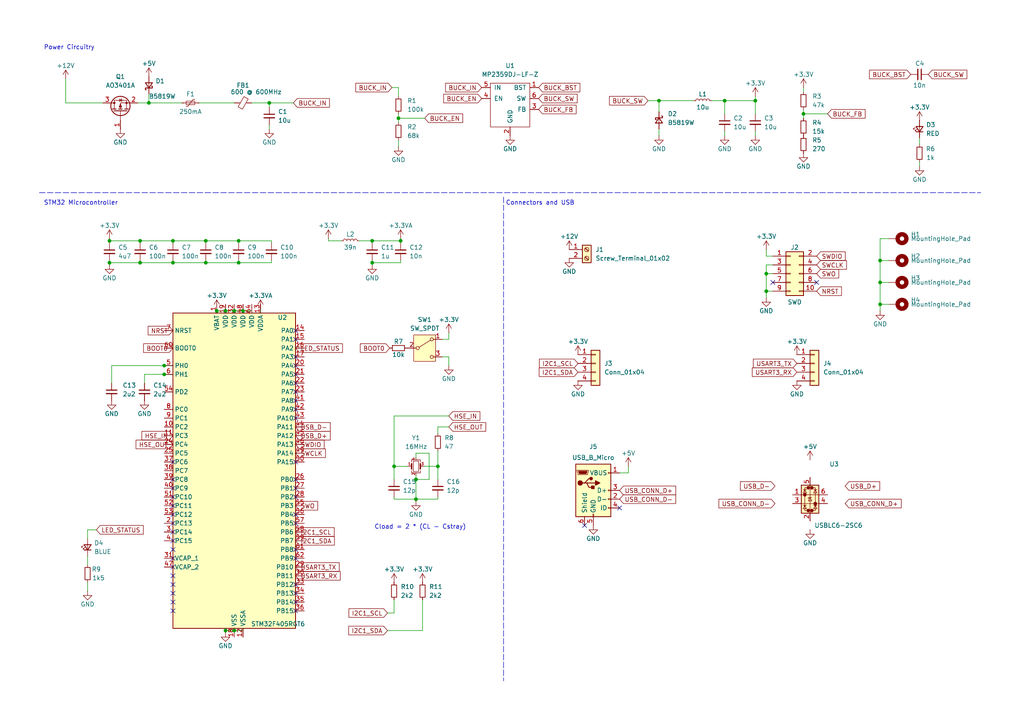
<source format=kicad_sch>
(kicad_sch (version 20250114) (generator "eeschema") (generator_version "9.0")
  (paper "A4")
  (title_block (title "STM32F4 Test Board") (date "2020-09-25") (rev "2.0") (company "Phil's Lab"))
  (lib_symbols
    (symbol "Connector:Screw_Terminal_01x02" (pin_names (offset 1.016) (hide yes))
      (property "Reference" "J" (at 0 2.54 0))
      (property "Value" "Screw_Terminal_01x02" (at 0 -5.08 0))
      (symbol "Screw_Terminal_01x02_1_1"
        (pin passive line (at -5.08 0 0) (length 3.81) (name "Pin_1") (number "1"))
        (pin passive line (at -5.08 -2.54 0) (length 3.81) (name "Pin_2") (number "2"))
      )
    )
    (symbol "Connector:USB_B_Micro" (pin_names (offset 1.016))
      (property "Reference" "J" (at -5.08 11.43 0))
      (property "Value" "USB_B_Micro" (at -5.08 8.89 0))
      (symbol "USB_B_Micro_1_1"
        (pin passive line (at -2.54 -10.16 90) (length 2.54) (name "Shield") (number "6"))
        (pin power_out line (at 0 -10.16 90) (length 2.54) (name "GND") (number "5"))
        (pin power_out line (at 7.62 5.08 180) (length 2.54) (name "VBUS") (number "1"))
        (pin bidirectional line (at 7.62 0 180) (length 2.54) (name "D+") (number "3"))
        (pin bidirectional line (at 7.62 -2.54 180) (length 2.54) (name "D-") (number "2"))
        (pin passive line (at 7.62 -5.08 180) (length 2.54) (name "ID") (number "4"))
      )
    )
    (symbol "Connector_Generic:Conn_01x04" (pin_names (offset 1.016) (hide yes))
      (property "Reference" "J" (at 0 5.08 0))
      (property "Value" "Conn_01x04" (at 0 -7.62 0))
      (symbol "Conn_01x04_1_1"
        (pin passive line (at -5.08 2.54 0) (length 3.81) (name "Pin_1") (number "1"))
        (pin passive line (at -5.08 0 0) (length 3.81) (name "Pin_2") (number "2"))
        (pin passive line (at -5.08 -2.54 0) (length 3.81) (name "Pin_3") (number "3"))
        (pin passive line (at -5.08 -5.08 0) (length 3.81) (name "Pin_4") (number "4"))
      )
    )
    (symbol "Connector_Generic:Conn_02x05_Odd_Even" (pin_names (offset 1.016) (hide yes))
      (property "Reference" "J" (at 1.27 7.62 0))
      (property "Value" "Conn_02x05_Odd_Even" (at 1.27 -7.62 0))
      (symbol "Conn_02x05_Odd_Even_1_1"
        (pin passive line (at -5.08 5.08 0) (length 3.81) (name "Pin_1") (number "1"))
        (pin passive line (at -5.08 2.54 0) (length 3.81) (name "Pin_3") (number "3"))
        (pin passive line (at -5.08 0 0) (length 3.81) (name "Pin_5") (number "5"))
        (pin passive line (at -5.08 -2.54 0) (length 3.81) (name "Pin_7") (number "7"))
        (pin passive line (at -5.08 -5.08 0) (length 3.81) (name "Pin_9") (number "9"))
        (pin passive line (at 7.62 5.08 180) (length 3.81) (name "Pin_2") (number "2"))
        (pin passive line (at 7.62 2.54 180) (length 3.81) (name "Pin_4") (number "4"))
        (pin passive line (at 7.62 0 180) (length 3.81) (name "Pin_6") (number "6"))
        (pin passive line (at 7.62 -2.54 180) (length 3.81) (name "Pin_8") (number "8"))
        (pin passive line (at 7.62 -5.08 180) (length 3.81) (name "Pin_10") (number "10"))
      )
    )
    (symbol "Device:C_Small" (pin_numbers (hide yes)) (pin_names (offset 0.254) (hide yes))
      (property "Reference" "C" (at 0.254 1.778 0))
      (property "Value" "C_Small" (at 0.254 -2.032 0))
      (symbol "C_Small_1_1"
        (pin passive line (at 0 2.54 270) (length 2.032) (name "~") (number "1"))
        (pin passive line (at 0 -2.54 90) (length 2.032) (name "~") (number "2"))
      )
    )
    (symbol "Device:Crystal_GND24_Small" (pin_names (offset 1.016) (hide yes))
      (property "Reference" "Y" (at 1.27 4.445 0))
      (property "Value" "Crystal_GND24_Small" (at 1.27 2.54 0))
      (symbol "Crystal_GND24_Small_1_1"
        (pin passive line (at -2.54 0 0) (length 1.27) (name "1") (number "1"))
        (pin passive line (at 0 2.54 270) (length 0.635) (name "4") (number "4"))
        (pin passive line (at 0 -2.54 90) (length 0.635) (name "2") (number "2"))
        (pin passive line (at 2.54 0 180) (length 1.27) (name "3") (number "3"))
      )
    )
    (symbol "Device:D_Schottky_Small" (pin_numbers (hide yes)) (pin_names (offset 0.254) (hide yes))
      (property "Reference" "D" (at -1.27 2.032 0))
      (property "Value" "D_Schottky_Small" (at -7.112 -2.032 0))
      (symbol "D_Schottky_Small_1_1"
        (pin passive line (at -2.54 0 0) (length 1.778) (name "K") (number "1"))
        (pin passive line (at 2.54 0 180) (length 1.778) (name "A") (number "2"))
      )
    )
    (symbol "Device:Ferrite_Bead_Small" (pin_numbers (hide yes)) (pin_names (offset 0))
      (property "Reference" "FB" (at 1.905 1.27 0))
      (property "Value" "Device_Ferrite_Bead_Small" (at 1.905 -1.27 0))
      (symbol "Ferrite_Bead_Small_1_1"
        (pin passive line (at 0 2.54 270) (length 1.27) (name "~") (number "1"))
        (pin passive line (at 0 -2.54 90) (length 1.27) (name "~") (number "2"))
      )
    )
    (symbol "Device:LED_Small" (pin_numbers (hide yes)) (pin_names (offset 0.254) (hide yes))
      (property "Reference" "D" (at -1.27 3.175 0))
      (property "Value" "LED_Small" (at -4.445 -2.54 0))
      (symbol "LED_Small_1_1"
        (pin passive line (at -2.54 0 0) (length 1.778) (name "K") (number "1"))
        (pin passive line (at 2.54 0 180) (length 1.778) (name "A") (number "2"))
      )
    )
    (symbol "Device:L_Small" (pin_numbers (hide yes)) (pin_names (offset 0.254) (hide yes))
      (property "Reference" "L" (at 0.762 1.016 0))
      (property "Value" "L_Small" (at 0.762 -1.016 0))
      (symbol "L_Small_1_1"
        (pin passive line (at 0 2.54 270) (length 0.508) (name "~") (number "1"))
        (pin passive line (at 0 -2.54 90) (length 0.508) (name "~") (number "2"))
      )
    )
    (symbol "Device:Polyfuse_Small" (pin_numbers (hide yes)) (pin_names (offset 0))
      (property "Reference" "F" (at -1.905 0 90))
      (property "Value" "Polyfuse_Small" (at 1.905 0 90))
      (symbol "Polyfuse_Small_1_1"
        (pin passive line (at 0 2.54 270) (length 0.635) (name "~") (number "1"))
        (pin passive line (at 0 -2.54 90) (length 0.635) (name "~") (number "2"))
      )
    )
    (symbol "Device:R_Small" (pin_numbers (hide yes)) (pin_names (offset 0.254) (hide yes))
      (property "Reference" "R" (at 0 0 90))
      (property "Value" "R_Small" (at 1.778 0 90))
      (symbol "R_Small_1_1"
        (pin passive line (at 0 2.54 270) (length 0.762) (name "~") (number "1"))
        (pin passive line (at 0 -2.54 90) (length 0.762) (name "~") (number "2"))
      )
    )
    (symbol "MCU_ST_STM32F4:STM32F405RGTx"
      (property "Reference" "U" (at -17.78 46.99 0))
      (property "Value" "STM32F405RGTx" (at 10.16 46.99 0))
      (symbol "STM32F405RGTx_1_1"
        (pin input line (at -20.32 40.64 0) (length 2.54) (name "NRST") (number "7"))
        (pin input line (at -20.32 35.56 0) (length 2.54) (name "BOOT0") (number "60"))
        (pin bidirectional line (at -20.32 30.48 0) (length 2.54) (name "PH0") (number "5"))
        (pin bidirectional line (at -20.32 27.94 0) (length 2.54) (name "PH1") (number "6"))
        (pin bidirectional line (at -20.32 22.86 0) (length 2.54) (name "PD2") (number "54"))
        (pin bidirectional line (at -20.32 17.78 0) (length 2.54) (name "PC0") (number "8"))
        (pin bidirectional line (at -20.32 15.24 0) (length 2.54) (name "PC1") (number "9"))
        (pin bidirectional line (at -20.32 12.7 0) (length 2.54) (name "PC2") (number "10"))
        (pin bidirectional line (at -20.32 10.16 0) (length 2.54) (name "PC3") (number "11"))
        (pin bidirectional line (at -20.32 7.62 0) (length 2.54) (name "PC4") (number "24"))
        (pin bidirectional line (at -20.32 5.08 0) (length 2.54) (name "PC5") (number "25"))
        (pin bidirectional line (at -20.32 2.54 0) (length 2.54) (name "PC6") (number "37"))
        (pin bidirectional line (at -20.32 0 0) (length 2.54) (name "PC7") (number "38"))
        (pin bidirectional line (at -20.32 -2.54 0) (length 2.54) (name "PC8") (number "39"))
        (pin bidirectional line (at -20.32 -5.08 0) (length 2.54) (name "PC9") (number "40"))
        (pin bidirectional line (at -20.32 -7.62 0) (length 2.54) (name "PC10") (number "51"))
        (pin bidirectional line (at -20.32 -10.16 0) (length 2.54) (name "PC11") (number "52"))
        (pin bidirectional line (at -20.32 -12.7 0) (length 2.54) (name "PC12") (number "53"))
        (pin bidirectional line (at -20.32 -15.24 0) (length 2.54) (name "PC13") (number "2"))
        (pin bidirectional line (at -20.32 -17.78 0) (length 2.54) (name "PC14") (number "3"))
        (pin bidirectional line (at -20.32 -20.32 0) (length 2.54) (name "PC15") (number "4"))
        (pin power_out line (at -20.32 -25.4 0) (length 2.54) (name "VCAP_1") (number "31"))
        (pin power_out line (at -20.32 -27.94 0) (length 2.54) (name "VCAP_2") (number "47"))
        (pin power_in line (at -5.08 48.26 270) (length 2.54) (name "VBAT") (number "1"))
        (pin power_in line (at -2.54 48.26 270) (length 2.54) (name "VDD") (number "19"))
        (pin power_in line (at 0 48.26 270) (length 2.54) (name "VDD") (number "32"))
        (pin power_in line (at 0 -48.26 90) (length 2.54) (name "VSS") (number "18"))
        (pin passive line (at 0 -48.26 90) (length 2.54) (hide yes) (name "VSS") (number "63"))
        (pin power_in line (at 2.54 48.26 270) (length 2.54) (name "VDD") (number "48"))
        (pin power_in line (at 2.54 -48.26 90) (length 2.54) (name "VSSA") (number "12"))
        (pin power_in line (at 5.08 48.26 270) (length 2.54) (name "VDD") (number "64"))
        (pin power_in line (at 7.62 48.26 270) (length 2.54) (name "VDDA") (number "13"))
        (pin bidirectional line (at 20.32 40.64 180) (length 2.54) (name "PA0") (number "14"))
        (pin bidirectional line (at 20.32 38.1 180) (length 2.54) (name "PA1") (number "15"))
        (pin bidirectional line (at 20.32 35.56 180) (length 2.54) (name "PA2") (number "16"))
        (pin bidirectional line (at 20.32 33.02 180) (length 2.54) (name "PA3") (number "17"))
        (pin bidirectional line (at 20.32 30.48 180) (length 2.54) (name "PA4") (number "20"))
        (pin bidirectional line (at 20.32 27.94 180) (length 2.54) (name "PA5") (number "21"))
        (pin bidirectional line (at 20.32 25.4 180) (length 2.54) (name "PA6") (number "22"))
        (pin bidirectional line (at 20.32 22.86 180) (length 2.54) (name "PA7") (number "23"))
        (pin bidirectional line (at 20.32 20.32 180) (length 2.54) (name "PA8") (number "41"))
        (pin bidirectional line (at 20.32 17.78 180) (length 2.54) (name "PA9") (number "42"))
        (pin bidirectional line (at 20.32 15.24 180) (length 2.54) (name "PA10") (number "43"))
        (pin bidirectional line (at 20.32 12.7 180) (length 2.54) (name "PA11") (number "44"))
        (pin bidirectional line (at 20.32 10.16 180) (length 2.54) (name "PA12") (number "45"))
        (pin bidirectional line (at 20.32 7.62 180) (length 2.54) (name "PA13") (number "46"))
        (pin bidirectional line (at 20.32 5.08 180) (length 2.54) (name "PA14") (number "49"))
        (pin bidirectional line (at 20.32 2.54 180) (length 2.54) (name "PA15") (number "50"))
        (pin bidirectional line (at 20.32 -2.54 180) (length 2.54) (name "PB0") (number "26"))
        (pin bidirectional line (at 20.32 -5.08 180) (length 2.54) (name "PB1") (number "27"))
        (pin bidirectional line (at 20.32 -7.62 180) (length 2.54) (name "PB2") (number "28"))
        (pin bidirectional line (at 20.32 -10.16 180) (length 2.54) (name "PB3") (number "55"))
        (pin bidirectional line (at 20.32 -12.7 180) (length 2.54) (name "PB4") (number "56"))
        (pin bidirectional line (at 20.32 -15.24 180) (length 2.54) (name "PB5") (number "57"))
        (pin bidirectional line (at 20.32 -17.78 180) (length 2.54) (name "PB6") (number "58"))
        (pin bidirectional line (at 20.32 -20.32 180) (length 2.54) (name "PB7") (number "59"))
        (pin bidirectional line (at 20.32 -22.86 180) (length 2.54) (name "PB8") (number "61"))
        (pin bidirectional line (at 20.32 -25.4 180) (length 2.54) (name "PB9") (number "62"))
        (pin bidirectional line (at 20.32 -27.94 180) (length 2.54) (name "PB10") (number "29"))
        (pin bidirectional line (at 20.32 -30.48 180) (length 2.54) (name "PB11") (number "30"))
        (pin bidirectional line (at 20.32 -33.02 180) (length 2.54) (name "PB12") (number "33"))
        (pin bidirectional line (at 20.32 -35.56 180) (length 2.54) (name "PB13") (number "34"))
        (pin bidirectional line (at 20.32 -38.1 180) (length 2.54) (name "PB14") (number "35"))
        (pin bidirectional line (at 20.32 -40.64 180) (length 2.54) (name "PB15") (number "36"))
      )
    )
    (symbol "Mechanical:MountingHole_Pad" (pin_numbers (hide yes)) (pin_names (offset 1.016) (hide yes)) (in_bom no)
      (property "Reference" "H" (at 0 6.35 0))
      (property "Value" "MountingHole_Pad" (at 0 4.445 0))
      (symbol "MountingHole_Pad_1_1"
        (pin input line (at 0 -2.54 90) (length 2.54) (name "1") (number "1"))
      )
    )
    (symbol "Power_Protection:USBLC6-2SC6" (pin_names (hide yes))
      (property "Reference" "U" (at 0.635 5.715 0))
      (property "Value" "USBLC6-2SC6" (at 0.635 3.81 0))
      (symbol "USBLC6-2SC6_1_1"
        (pin passive line (at -5.08 0 0) (length 2.54) (name "I/O1") (number "1"))
        (pin passive line (at -5.08 -2.54 0) (length 2.54) (name "I/O2") (number "3"))
        (pin passive line (at 0 5.08 270) (length 2.54) (name "VBUS") (number "5"))
        (pin passive line (at 0 -7.62 90) (length 2.54) (name "GND") (number "2"))
        (pin passive line (at 5.08 0 180) (length 2.54) (name "I/O1") (number "6"))
        (pin passive line (at 5.08 -2.54 180) (length 2.54) (name "I/O2") (number "4"))
      )
    )
    (symbol "SchmillipKiCADLibrary:MP2359DJ-LF-Z" (pin_names (offset 1.016))
      (property "Reference" "U" (at 0 9.525 0))
      (property "Value" "SchmillipKiCADLibrary_MP2359DJ-LF-Z" (at 10.16 -6.35 0))
      (symbol "MP2359DJ-LF-Z_1_1"
        (pin power_in line (at -8.255 6.35 0) (length 2.54) (name "IN") (number "5"))
        (pin input line (at -8.255 3.175 0) (length 2.54) (name "EN") (number "4"))
        (pin power_in line (at 0 -7.62 90) (length 2.54) (name "GND") (number "2"))
        (pin input line (at 8.255 6.35 180) (length 2.54) (name "BST") (number "1"))
        (pin power_out line (at 8.255 3.175 180) (length 2.54) (name "SW") (number "6"))
        (pin input line (at 8.255 0 180) (length 2.54) (name "FB") (number "3"))
      )
    )
    (symbol "Switch:SW_SPDT" (pin_names (offset 0) (hide yes))
      (property "Reference" "SW" (at 0 5.08 0))
      (property "Value" "SW_SPDT" (at 0 -5.08 0))
      (symbol "SW_SPDT_1_1"
        (pin passive line (at -5.08 0 0) (length 2.54) (name "B") (number "2"))
        (pin passive line (at 5.08 2.54 180) (length 2.54) (name "A") (number "1"))
        (pin passive line (at 5.08 -2.54 180) (length 2.54) (name "C") (number "3"))
      )
    )
    (symbol "Transistor_FET:AO3401A" (pin_names (hide yes))
      (property "Reference" "Q" (at 5.08 1.905 0))
      (property "Value" "AO3401A" (at 5.08 0 0))
      (symbol "AO3401A_1_1"
        (pin input line (at -5.08 0 0) (length 2.54) (name "G") (number "1"))
        (pin passive line (at 2.54 5.08 270) (length 2.54) (name "D") (number "3"))
        (pin passive line (at 2.54 -5.08 90) (length 2.54) (name "S") (number "2"))
      )
    )
    (symbol "power:+12V" (power) (pin_numbers (hide yes)) (pin_names (offset 0) (hide yes))
      (property "Value" "+12V" (at 0 3.556 0))
      (symbol "+12V_1_1"
        (pin power_in line (at 0 0 90) (length 0) (name "~") (number "1"))
      )
    )
    (symbol "power:+3.3V" (power) (pin_numbers (hide yes)) (pin_names (offset 0) (hide yes))
      (property "Value" "+3.3V" (at 0 3.556 0))
      (symbol "+3.3V_1_1"
        (pin power_in line (at 0 0 90) (length 0) (name "~") (number "1"))
      )
    )
    (symbol "power:+3.3VA" (power) (pin_numbers (hide yes)) (pin_names (offset 0) (hide yes))
      (property "Value" "+3.3VA" (at 0 3.556 0))
      (symbol "+3.3VA_1_1"
        (pin power_in line (at 0 0 90) (length 0) (name "~") (number "1"))
      )
    )
    (symbol "power:+5V" (power) (pin_numbers (hide yes)) (pin_names (offset 0) (hide yes))
      (property "Value" "+5V" (at 0 3.556 0))
      (symbol "+5V_1_1"
        (pin power_in line (at 0 0 90) (length 0) (name "~") (number "1"))
      )
    )
    (symbol "power:GND" (power) (pin_numbers (hide yes)) (pin_names (offset 0) (hide yes))
      (property "Value" "GND" (at 0 -3.81 0))
      (symbol "GND_1_1"
        (pin power_in line (at 0 0 270) (length 0) (name "~") (number "1"))
      )
    )
  )
  (text "Connectors and USB" (at 146.685 59.69 0) (effects (font (size 1.27 1.27)) (justify left bottom)))
  (text "Power Circuitry" (at 12.7 14.605 0) (effects (font (size 1.27 1.27)) (justify left bottom)))
  (text "Cload = 2 * (CL - Cstray)" (at 108.585 153.67 0) (effects (font (size 1.27 1.27)) (justify left bottom)))
  (text "STM32 Microcontroller" (at 12.7 59.69 0) (effects (font (size 1.27 1.27)) (justify left bottom)))
  (junction (at 255.27 81.915))
  (junction (at 47.625 106.045))
  (junction (at 219.075 29.21))
  (junction (at 50.165 76.2))
  (junction (at 67.945 90.17))
  (junction (at 40.64 76.2))
  (junction (at 222.25 79.375))
  (junction (at 43.18 29.845))
  (junction (at 31.75 69.85))
  (junction (at 69.215 69.85))
  (junction (at 67.945 182.88))
  (junction (at 65.405 90.17))
  (junction (at 50.165 69.85))
  (junction (at 70.485 90.17))
  (junction (at 62.865 90.17))
  (junction (at 191.135 29.21))
  (junction (at 233.045 33.02))
  (junction (at 255.27 75.565))
  (junction (at 222.25 84.455))
  (junction (at 120.65 139.065))
  (junction (at 255.27 88.265))
  (junction (at 127 135.255))
  (junction (at 210.185 29.21))
  (junction (at 116.205 69.85))
  (junction (at 69.215 76.2))
  (junction (at 59.69 76.2))
  (junction (at 31.75 76.2))
  (junction (at 65.405 182.88))
  (junction (at 107.95 76.2))
  (junction (at 107.95 69.85))
  (junction (at 114.3 135.255))
  (junction (at 40.64 69.85))
  (junction (at 59.69 69.85))
  (junction (at 47.625 108.585))
  (junction (at 120.65 144.78))
  (junction (at 115.57 34.29))
  (junction (at 78.105 29.845))
  (no_connect (at 85.725 141.605))
  (no_connect (at 85.725 116.205))
  (no_connect (at 50.165 141.605))
  (no_connect (at 50.165 133.985))
  (no_connect (at 50.165 161.925))
  (no_connect (at 50.165 159.385))
  (no_connect (at 85.725 113.665))
  (no_connect (at 224.155 81.915))
  (no_connect (at 50.165 169.545))
  (no_connect (at 50.165 139.065))
  (no_connect (at 85.725 151.765))
  (no_connect (at 85.725 174.625))
  (no_connect (at 236.855 81.915))
  (no_connect (at 85.725 177.165))
  (no_connect (at 50.165 167.005))
  (no_connect (at 169.545 152.4))
  (no_connect (at 85.725 133.985))
  (no_connect (at 85.725 108.585))
  (no_connect (at 50.165 144.145))
  (no_connect (at 85.725 139.065))
  (no_connect (at 85.725 159.385))
  (no_connect (at 50.165 156.845))
  (no_connect (at 50.165 177.165))
  (no_connect (at 85.725 144.145))
  (no_connect (at 50.165 149.225))
  (no_connect (at 50.165 151.765))
  (no_connect (at 50.165 146.685))
  (no_connect (at 50.165 172.085))
  (no_connect (at 50.165 164.465))
  (no_connect (at 50.165 174.625))
  (no_connect (at 85.725 149.225))
  (no_connect (at 85.725 103.505))
  (no_connect (at 85.725 118.745))
  (no_connect (at 85.725 106.045))
  (no_connect (at 50.165 154.305))
  (no_connect (at 85.725 121.285))
  (no_connect (at 85.725 161.925))
  (no_connect (at 85.725 172.085))
  (no_connect (at 85.725 169.545))
  (no_connect (at 85.725 95.885))
  (no_connect (at 85.725 111.125))
  (no_connect (at 179.705 147.32))
  (no_connect (at 85.725 98.425))
  (wire (pts (xy 78.105 31.115) (xy 78.105 29.845)))
  (wire (pts (xy 25.4 163.83) (xy 25.4 161.29)))
  (wire (pts (xy 127 130.81) (xy 127 135.255)))
  (wire (pts (xy 257.81 75.565) (xy 255.27 75.565)))
  (wire (pts (xy 130.175 98.425) (xy 130.175 96.52)))
  (wire (pts (xy 67.945 90.805) (xy 67.945 90.17)))
  (wire (pts (xy 120.65 131.445) (xy 124.46 131.445)))
  (wire (pts (xy 70.485 90.17) (xy 73.025 90.17)))
  (wire (pts (xy 224.155 79.375) (xy 222.25 79.375)))
  (wire (pts (xy 115.57 35.56) (xy 115.57 34.29)))
  (wire (pts (xy 57.785 29.845) (xy 67.945 29.845)))
  (wire (pts (xy 222.25 79.375) (xy 222.25 84.455)))
  (wire (pts (xy 67.945 182.245) (xy 67.945 182.88)))
  (wire (pts (xy 255.27 88.265) (xy 255.27 81.915)))
  (polyline (pts (xy 146.05 57.15) (xy 146.05 197.485)) (stroke (width 0) (type dash)))
  (wire (pts (xy 78.105 37.465) (xy 78.105 36.195)))
  (wire (pts (xy 107.95 69.85) (xy 104.14 69.85)))
  (wire (pts (xy 69.215 76.2) (xy 78.74 76.2)))
  (wire (pts (xy 73.025 90.17) (xy 73.025 90.805)))
  (wire (pts (xy 19.05 22.86) (xy 19.05 29.845)))
  (wire (pts (xy 40.64 69.85) (xy 50.165 69.85)))
  (wire (pts (xy 191.135 29.21) (xy 187.96 29.21)))
  (wire (pts (xy 240.03 33.02) (xy 233.045 33.02)))
  (wire (pts (xy 120.65 144.78) (xy 127 144.78)))
  (wire (pts (xy 70.485 182.88) (xy 70.485 182.245)))
  (wire (pts (xy 115.57 25.4) (xy 115.57 27.94)))
  (wire (pts (xy 59.69 76.2) (xy 69.215 76.2)))
  (wire (pts (xy 120.65 132.715) (xy 120.65 131.445)))
  (wire (pts (xy 120.65 139.065) (xy 120.65 144.78)))
  (wire (pts (xy 69.215 69.85) (xy 78.74 69.85)))
  (wire (pts (xy 120.65 144.78) (xy 114.3 144.78)))
  (wire (pts (xy 31.75 69.215) (xy 31.75 69.85)))
  (wire (pts (xy 233.045 33.02) (xy 233.045 31.75)))
  (wire (pts (xy 70.485 90.805) (xy 70.485 90.17)))
  (wire (pts (xy 52.705 29.845) (xy 43.18 29.845)))
  (wire (pts (xy 40.005 29.845) (xy 43.18 29.845)))
  (wire (pts (xy 130.175 106.045) (xy 130.175 103.505)))
  (wire (pts (xy 114.3 144.78) (xy 114.3 144.145)))
  (wire (pts (xy 65.405 182.88) (xy 65.405 182.245)))
  (wire (pts (xy 266.7 48.26) (xy 266.7 46.99)))
  (wire (pts (xy 114.3 139.065) (xy 114.3 135.255)))
  (wire (pts (xy 32.385 106.045) (xy 47.625 106.045)))
  (wire (pts (xy 78.74 76.2) (xy 78.74 75.565)))
  (wire (pts (xy 210.185 33.02) (xy 210.185 29.21)))
  (wire (pts (xy 95.25 69.215) (xy 95.25 69.85)))
  (wire (pts (xy 124.46 139.065) (xy 120.65 139.065)))
  (wire (pts (xy 182.245 137.16) (xy 182.245 135.255)))
  (wire (pts (xy 219.075 39.37) (xy 219.075 38.1)))
  (wire (pts (xy 201.295 29.21) (xy 191.135 29.21)))
  (wire (pts (xy 123.19 34.29) (xy 115.57 34.29)))
  (wire (pts (xy 115.57 34.29) (xy 115.57 33.02)))
  (wire (pts (xy 210.185 29.21) (xy 206.375 29.21)))
  (wire (pts (xy 222.25 84.455) (xy 222.25 86.36)))
  (wire (pts (xy 112.395 177.8) (xy 114.3 177.8)))
  (wire (pts (xy 95.25 69.85) (xy 99.06 69.85)))
  (wire (pts (xy 50.165 70.485) (xy 50.165 69.85)))
  (wire (pts (xy 124.46 131.445) (xy 124.46 139.065)))
  (wire (pts (xy 233.045 26.67) (xy 233.045 25.4)))
  (wire (pts (xy 47.625 108.585) (xy 50.165 108.585)))
  (wire (pts (xy 41.91 108.585) (xy 47.625 108.585)))
  (wire (pts (xy 127 123.825) (xy 127 125.73)))
  (wire (pts (xy 43.18 27.305) (xy 43.18 29.845)))
  (wire (pts (xy 29.845 29.845) (xy 19.05 29.845)))
  (wire (pts (xy 255.27 75.565) (xy 255.27 69.215)))
  (wire (pts (xy 85.09 29.845) (xy 78.105 29.845)))
  (wire (pts (xy 78.74 69.85) (xy 78.74 70.485)))
  (wire (pts (xy 114.3 135.255) (xy 118.11 135.255)))
  (wire (pts (xy 31.75 76.2) (xy 31.75 75.565)))
  (wire (pts (xy 65.405 183.515) (xy 65.405 182.88)))
  (wire (pts (xy 31.75 76.2) (xy 40.64 76.2)))
  (wire (pts (xy 59.69 69.85) (xy 69.215 69.85)))
  (wire (pts (xy 62.865 90.17) (xy 62.865 90.805)))
  (wire (pts (xy 25.4 153.67) (xy 25.4 156.21)))
  (wire (pts (xy 224.155 84.455) (xy 222.25 84.455)))
  (wire (pts (xy 255.27 90.17) (xy 255.27 88.265)))
  (wire (pts (xy 116.205 76.2) (xy 116.205 75.565)))
  (wire (pts (xy 219.075 27.94) (xy 219.075 29.21)))
  (polyline (pts (xy 11.43 55.88) (xy 284.48 55.88)) (stroke (width 0) (type dash)))
  (wire (pts (xy 191.135 32.385) (xy 191.135 29.21)))
  (wire (pts (xy 219.075 33.02) (xy 219.075 29.21)))
  (wire (pts (xy 219.075 29.21) (xy 210.185 29.21)))
  (wire (pts (xy 40.64 75.565) (xy 40.64 76.2)))
  (wire (pts (xy 31.75 76.835) (xy 31.75 76.2)))
  (wire (pts (xy 224.155 76.835) (xy 222.25 76.835)))
  (wire (pts (xy 65.405 182.88) (xy 67.945 182.88)))
  (wire (pts (xy 266.7 41.91) (xy 266.7 40.005)))
  (wire (pts (xy 40.64 76.2) (xy 50.165 76.2)))
  (wire (pts (xy 62.865 90.17) (xy 65.405 90.17)))
  (wire (pts (xy 179.705 137.16) (xy 182.245 137.16)))
  (wire (pts (xy 78.105 29.845) (xy 73.025 29.845)))
  (wire (pts (xy 50.165 69.85) (xy 59.69 69.85)))
  (wire (pts (xy 67.945 90.17) (xy 70.485 90.17)))
  (wire (pts (xy 67.945 182.88) (xy 70.485 182.88)))
  (wire (pts (xy 50.165 75.565) (xy 50.165 76.2)))
  (wire (pts (xy 107.95 76.835) (xy 107.95 76.2)))
  (wire (pts (xy 69.215 70.485) (xy 69.215 69.85)))
  (wire (pts (xy 127 144.78) (xy 127 144.145)))
  (wire (pts (xy 65.405 90.805) (xy 65.405 90.17)))
  (wire (pts (xy 123.19 135.255) (xy 127 135.255)))
  (wire (pts (xy 47.625 106.045) (xy 50.165 106.045)))
  (wire (pts (xy 116.205 69.215) (xy 116.205 69.85)))
  (wire (pts (xy 50.165 76.2) (xy 59.69 76.2)))
  (wire (pts (xy 62.865 89.535) (xy 62.865 90.17)))
  (wire (pts (xy 115.57 42.545) (xy 115.57 40.64)))
  (wire (pts (xy 233.045 33.02) (xy 233.045 34.29)))
  (wire (pts (xy 59.69 75.565) (xy 59.69 76.2)))
  (wire (pts (xy 114.3 120.65) (xy 114.3 135.255)))
  (wire (pts (xy 31.75 69.85) (xy 40.64 69.85)))
  (wire (pts (xy 69.215 75.565) (xy 69.215 76.2)))
  (wire (pts (xy 25.4 171.45) (xy 25.4 168.91)))
  (wire (pts (xy 112.395 182.88) (xy 122.555 182.88)))
  (wire (pts (xy 40.64 70.485) (xy 40.64 69.85)))
  (wire (pts (xy 210.185 39.37) (xy 210.185 38.1)))
  (wire (pts (xy 107.95 76.2) (xy 116.205 76.2)))
  (wire (pts (xy 41.91 111.125) (xy 41.91 108.585)))
  (wire (pts (xy 114.3 120.65) (xy 130.175 120.65)))
  (wire (pts (xy 107.95 76.2) (xy 107.95 75.565)))
  (wire (pts (xy 130.175 123.825) (xy 127 123.825)))
  (wire (pts (xy 255.27 69.215) (xy 257.81 69.215)))
  (wire (pts (xy 107.95 70.485) (xy 107.95 69.85)))
  (wire (pts (xy 128.27 98.425) (xy 130.175 98.425)))
  (wire (pts (xy 130.175 103.505) (xy 128.27 103.505)))
  (wire (pts (xy 222.25 74.295) (xy 224.155 74.295)))
  (wire (pts (xy 122.555 182.88) (xy 122.555 173.99)))
  (wire (pts (xy 59.69 70.485) (xy 59.69 69.85)))
  (wire (pts (xy 222.25 72.39) (xy 222.25 74.295)))
  (wire (pts (xy 255.27 81.915) (xy 255.27 75.565)))
  (wire (pts (xy 75.565 89.535) (xy 75.565 90.805)))
  (wire (pts (xy 116.205 69.85) (xy 107.95 69.85)))
  (wire (pts (xy 257.81 81.915) (xy 255.27 81.915)))
  (wire (pts (xy 32.385 111.125) (xy 32.385 106.045)))
  (wire (pts (xy 120.65 145.415) (xy 120.65 144.78)))
  (wire (pts (xy 113.665 25.4) (xy 115.57 25.4)))
  (wire (pts (xy 191.135 39.37) (xy 191.135 37.465)))
  (wire (pts (xy 27.94 153.67) (xy 25.4 153.67)))
  (wire (pts (xy 114.3 177.8) (xy 114.3 173.99)))
  (wire (pts (xy 31.75 69.85) (xy 31.75 70.485)))
  (wire (pts (xy 127 139.065) (xy 127 135.255)))
  (wire (pts (xy 120.65 137.795) (xy 120.65 139.065)))
  (wire (pts (xy 222.25 76.835) (xy 222.25 79.375)))
  (wire (pts (xy 257.81 88.265) (xy 255.27 88.265)))
  (wire (pts (xy 65.405 90.17) (xy 67.945 90.17)))
  (wire (pts (xy 116.205 70.485) (xy 116.205 69.85)))
  (global_label "BUCK_SW" (shape input) (at 269.24 21.59 0) (property "Intersheetrefs" "${INTERSHEET_REFS}" (effects (hide yes))))
  (global_label "USB_D-" (shape input) (at 224.79 140.97 180) (property "Intersheetrefs" "${INTERSHEET_REFS}" (effects (hide yes))))
  (global_label "USB_D+" (shape input) (at 85.725 126.365 0) (property "Intersheetrefs" "${INTERSHEET_REFS}" (effects (hide yes))))
  (global_label "USB_CONN_D-" (shape input) (at 224.79 146.05 180) (property "Intersheetrefs" "${INTERSHEET_REFS}" (effects (hide yes))))
  (global_label "USART3_TX" (shape input) (at 85.725 164.465 0) (property "Intersheetrefs" "${INTERSHEET_REFS}" (effects (hide yes))))
  (global_label "BOOT0" (shape input) (at 50.165 100.965 180) (property "Intersheetrefs" "${INTERSHEET_REFS}" (effects (hide yes))))
  (global_label "BUCK_EN" (shape input) (at 123.19 34.29 0) (property "Intersheetrefs" "${INTERSHEET_REFS}" (effects (hide yes))))
  (global_label "USB_D-" (shape input) (at 85.725 123.825 0) (property "Intersheetrefs" "${INTERSHEET_REFS}" (effects (hide yes))))
  (global_label "LED_STATUS" (shape input) (at 27.94 153.67 0) (property "Intersheetrefs" "${INTERSHEET_REFS}" (effects (hide yes))))
  (global_label "I2C1_SDA" (shape input) (at 167.64 107.95 180) (property "Intersheetrefs" "${INTERSHEET_REFS}" (effects (hide yes))))
  (global_label "I2C1_SCL" (shape input) (at 85.725 154.305 0) (property "Intersheetrefs" "${INTERSHEET_REFS}" (effects (hide yes))))
  (global_label "BUCK_BST" (shape input) (at 264.16 21.59 180) (property "Intersheetrefs" "${INTERSHEET_REFS}" (effects (hide yes))))
  (global_label "SWCLK" (shape input) (at 236.855 76.835 0) (property "Intersheetrefs" "${INTERSHEET_REFS}" (effects (hide yes))))
  (global_label "BUCK_SW" (shape input) (at 187.96 29.21 180) (property "Intersheetrefs" "${INTERSHEET_REFS}" (effects (hide yes))))
  (global_label "BUCK_IN" (shape input) (at 85.09 29.845 0) (property "Intersheetrefs" "${INTERSHEET_REFS}" (effects (hide yes))))
  (global_label "BUCK_BST" (shape input) (at 156.21 25.4 0) (property "Intersheetrefs" "${INTERSHEET_REFS}" (effects (hide yes))))
  (global_label "BUCK_FB" (shape input) (at 240.03 33.02 0) (property "Intersheetrefs" "${INTERSHEET_REFS}" (effects (hide yes))))
  (global_label "SWDIO" (shape input) (at 85.725 128.905 0) (property "Intersheetrefs" "${INTERSHEET_REFS}" (effects (hide yes))))
  (global_label "BUCK_FB" (shape input) (at 156.21 31.75 0) (property "Intersheetrefs" "${INTERSHEET_REFS}" (effects (hide yes))))
  (global_label "LED_STATUS" (shape input) (at 85.725 100.965 0) (property "Intersheetrefs" "${INTERSHEET_REFS}" (effects (hide yes))))
  (global_label "I2C1_SCL" (shape input) (at 167.64 105.41 180) (property "Intersheetrefs" "${INTERSHEET_REFS}" (effects (hide yes))))
  (global_label "SWO" (shape input) (at 85.725 146.685 0) (property "Intersheetrefs" "${INTERSHEET_REFS}" (effects (hide yes))))
  (global_label "USART3_RX" (shape input) (at 231.14 107.95 180) (property "Intersheetrefs" "${INTERSHEET_REFS}" (effects (hide yes))))
  (global_label "I2C1_SCL" (shape input) (at 112.395 177.8 180) (property "Intersheetrefs" "${INTERSHEET_REFS}" (effects (hide yes))))
  (global_label "BUCK_IN" (shape input) (at 113.665 25.4 180) (property "Intersheetrefs" "${INTERSHEET_REFS}" (effects (hide yes))))
  (global_label "USB_CONN_D-" (shape input) (at 179.705 144.78 0) (property "Intersheetrefs" "${INTERSHEET_REFS}" (effects (hide yes))))
  (global_label "USB_D+" (shape input) (at 245.11 140.97 0) (property "Intersheetrefs" "${INTERSHEET_REFS}" (effects (hide yes))))
  (global_label "BUCK_SW" (shape input) (at 156.21 28.575 0) (property "Intersheetrefs" "${INTERSHEET_REFS}" (effects (hide yes))))
  (global_label "BOOT0" (shape input) (at 113.03 100.965 180) (property "Intersheetrefs" "${INTERSHEET_REFS}" (effects (hide yes))))
  (global_label "SWO" (shape input) (at 236.855 79.375 0) (property "Intersheetrefs" "${INTERSHEET_REFS}" (effects (hide yes))))
  (global_label "USART3_TX" (shape input) (at 231.14 105.41 180) (property "Intersheetrefs" "${INTERSHEET_REFS}" (effects (hide yes))))
  (global_label "I2C1_SDA" (shape input) (at 112.395 182.88 180) (property "Intersheetrefs" "${INTERSHEET_REFS}" (effects (hide yes))))
  (global_label "NRST" (shape input) (at 50.165 95.885 180) (property "Intersheetrefs" "${INTERSHEET_REFS}" (effects (hide yes))))
  (global_label "NRST" (shape input) (at 236.855 84.455 0) (property "Intersheetrefs" "${INTERSHEET_REFS}" (effects (hide yes))))
  (global_label "HSE_IN" (shape input) (at 50.165 126.365 180) (property "Intersheetrefs" "${INTERSHEET_REFS}" (effects (hide yes))))
  (global_label "SWCLK" (shape input) (at 85.725 131.445 0) (property "Intersheetrefs" "${INTERSHEET_REFS}" (effects (hide yes))))
  (global_label "HSE_IN" (shape input) (at 130.175 120.65 0) (property "Intersheetrefs" "${INTERSHEET_REFS}" (effects (hide yes))))
  (global_label "USB_CONN_D+" (shape input) (at 245.11 146.05 0) (property "Intersheetrefs" "${INTERSHEET_REFS}" (effects (hide yes))))
  (global_label "I2C1_SDA" (shape input) (at 85.725 156.845 0) (property "Intersheetrefs" "${INTERSHEET_REFS}" (effects (hide yes))))
  (global_label "HSE_OUT" (shape input) (at 50.165 128.905 180) (property "Intersheetrefs" "${INTERSHEET_REFS}" (effects (hide yes))))
  (global_label "USB_CONN_D+" (shape input) (at 179.705 142.24 0) (property "Intersheetrefs" "${INTERSHEET_REFS}" (effects (hide yes))))
  (global_label "SWDIO" (shape input) (at 236.855 74.295 0) (property "Intersheetrefs" "${INTERSHEET_REFS}" (effects (hide yes))))
  (global_label "HSE_OUT" (shape input) (at 130.175 123.825 0) (property "Intersheetrefs" "${INTERSHEET_REFS}" (effects (hide yes))))
  (global_label "USART3_RX" (shape input) (at 85.725 167.005 0) (property "Intersheetrefs" "${INTERSHEET_REFS}" (effects (hide yes))))
  (global_label "BUCK_EN" (shape input) (at 139.7 28.575 180) (property "Intersheetrefs" "${INTERSHEET_REFS}" (effects (hide yes))))
  (global_label "BUCK_IN" (shape input) (at 139.7 25.4 180) (property "Intersheetrefs" "${INTERSHEET_REFS}" (effects (hide yes))))
  (symbol (lib_id "MCU_ST_STM32F4:STM32F405RGTx") (at 67.945 136.525 0) (unit 1)
    (property "Reference" "U2" (at 81.915 92.075 0))
    (property "Value" "STM32F405RGT6" (at 80.645 180.975 0))
    (property "Footprint" "Package_QFP:LQFP-64_10x10mm_P0.5mm" (effects (hide yes)))
    (property "Datasheet" "http://www.st.com/st-web-ui/static/active/en/resource/technical/document/datasheet/DM00037051.pdf" (effects (hide yes)))
    (property "LCSC Part #" "C15742" (effects (hide yes)))
  )
  (symbol (lib_id "power:GND") (at 65.405 183.515 0) (unit 1)
    (property "Reference" "#PWR042" (effects (hide yes)))
    (property "Value" "GND" (at 65.405 187.325 0))
  )
  (symbol (lib_id "power:+3.3V") (at 62.865 89.535 0) (unit 1)
    (property "Reference" "#PWR024" (effects (hide yes)))
    (property "Value" "+3.3V" (at 62.865 85.725 0))
  )
  (symbol (lib_id "power:+3.3VA") (at 75.565 89.535 0) (unit 1)
    (property "Reference" "#PWR025" (effects (hide yes)))
    (property "Value" "+3.3VA" (at 75.565 85.725 0))
  )
  (symbol (lib_id "Device:C_Small") (at 41.91 113.665 0) (unit 1)
    (property "Reference" "C14" (at 44.45 111.76 0) (effects (justify left)))
    (property "Value" "2u2" (at 44.45 114.3 0) (effects (justify left)))
    (property "Footprint" "Capacitor_SMD:C_0603_1608Metric" (effects (hide yes)))
    (property "LCSC Part #" "C23630" (effects (hide yes)))
  )
  (symbol (lib_id "Device:C_Small") (at 32.385 113.665 0) (unit 1)
    (property "Reference" "C13" (at 35.56 111.76 0) (effects (justify left)))
    (property "Value" "2u2" (at 35.56 114.3 0) (effects (justify left)))
    (property "Footprint" "Capacitor_SMD:C_0603_1608Metric" (effects (hide yes)))
    (property "LCSC Part #" "C23630" (effects (hide yes)))
  )
  (symbol (lib_id "power:GND") (at 41.91 116.205 0) (unit 1)
    (property "Reference" "#PWR033" (effects (hide yes)))
    (property "Value" "GND" (at 41.91 120.015 0))
  )
  (symbol (lib_id "power:GND") (at 32.385 116.205 0) (unit 1)
    (property "Reference" "#PWR032" (effects (hide yes)))
    (property "Value" "GND" (at 32.385 120.015 0))
  )
  (symbol (lib_id "Switch:SW_SPDT") (at 123.19 100.965 0) (unit 1)
    (property "Reference" "SW1" (at 123.19 92.71 0))
    (property "Value" "SW_SPDT" (at 123.19 95.25 0))
    (property "Footprint" "Button_Switch_SMD:SW_SPDT_PCM12" (effects (hide yes)))
  )
  (symbol (lib_id "Device:R_Small") (at 115.57 100.965 270) (unit 1)
    (property "Reference" "R7" (at 115.57 99.06 90))
    (property "Value" "10k" (at 115.57 102.87 90))
    (property "Footprint" "Resistor_SMD:R_0402_1005Metric" (effects (hide yes)))
    (property "LCSC Part #" "C25744" (effects (hide yes)))
  )
  (symbol (lib_id "power:+3.3V") (at 130.175 96.52 0) (unit 1)
    (property "Reference" "#PWR026" (effects (hide yes)))
    (property "Value" "+3.3V" (at 130.175 92.71 0))
  )
  (symbol (lib_id "power:GND") (at 130.175 106.045 0) (unit 1)
    (property "Reference" "#PWR029" (effects (hide yes)))
    (property "Value" "GND" (at 130.175 109.855 0))
  )
  (symbol (lib_id "Device:C_Small") (at 31.75 73.025 0) (unit 1)
    (property "Reference" "C5" (at 34.29 71.755 0) (effects (justify left)))
    (property "Value" "4u7" (at 34.29 74.295 0) (effects (justify left)))
    (property "Footprint" "Capacitor_SMD:C_0603_1608Metric" (effects (hide yes)))
    (property "LCSC Part #" "C19666" (effects (hide yes)))
  )
  (symbol (lib_id "Device:C_Small") (at 40.64 73.025 0) (unit 1)
    (property "Reference" "C6" (at 43.18 71.755 0) (effects (justify left)))
    (property "Value" "100n" (at 43.18 74.295 0) (effects (justify left)))
    (property "Footprint" "Capacitor_SMD:C_0402_1005Metric" (effects (hide yes)))
    (property "LCSC Part #" "C1525" (effects (hide yes)))
  )
  (symbol (lib_id "Device:C_Small") (at 50.165 73.025 0) (unit 1)
    (property "Reference" "C7" (at 52.705 71.755 0) (effects (justify left)))
    (property "Value" "100n" (at 52.705 74.295 0) (effects (justify left)))
    (property "Footprint" "Capacitor_SMD:C_0402_1005Metric" (effects (hide yes)))
    (property "LCSC Part #" "C1525" (effects (hide yes)))
  )
  (symbol (lib_id "Device:C_Small") (at 59.69 73.025 0) (unit 1)
    (property "Reference" "C8" (at 62.23 71.755 0) (effects (justify left)))
    (property "Value" "100n" (at 62.23 74.295 0) (effects (justify left)))
    (property "Footprint" "Capacitor_SMD:C_0402_1005Metric" (effects (hide yes)))
    (property "LCSC Part #" "C1525" (effects (hide yes)))
  )
  (symbol (lib_id "Device:C_Small") (at 69.215 73.025 0) (unit 1)
    (property "Reference" "C9" (at 71.755 71.755 0) (effects (justify left)))
    (property "Value" "100n" (at 71.755 74.295 0) (effects (justify left)))
    (property "Footprint" "Capacitor_SMD:C_0402_1005Metric" (effects (hide yes)))
    (property "LCSC Part #" "C1525" (effects (hide yes)))
  )
  (symbol (lib_id "Device:C_Small") (at 78.74 73.025 0) (unit 1)
    (property "Reference" "C10" (at 81.28 71.755 0) (effects (justify left)))
    (property "Value" "100n" (at 81.28 74.295 0) (effects (justify left)))
    (property "Footprint" "Capacitor_SMD:C_0402_1005Metric" (effects (hide yes)))
    (property "LCSC Part #" "C1525" (effects (hide yes)))
  )
  (symbol (lib_id "power:+3.3V") (at 31.75 69.215 0) (unit 1)
    (property "Reference" "#PWR015" (effects (hide yes)))
    (property "Value" "+3.3V" (at 31.75 65.405 0))
  )
  (symbol (lib_id "power:GND") (at 31.75 76.835 0) (unit 1)
    (property "Reference" "#PWR021" (effects (hide yes)))
    (property "Value" "GND" (at 31.75 80.645 0))
  )
  (symbol (lib_id "Device:L_Small") (at 101.6 69.85 90) (unit 1)
    (property "Reference" "L2" (at 101.6 67.945 90))
    (property "Value" "39n" (at 101.6 71.755 90))
    (property "Footprint" "Inductor_SMD:L_0402_1005Metric" (effects (hide yes)))
    (property "LCSC Part #" "C26443" (effects (hide yes)))
  )
  (symbol (lib_id "power:+3.3V") (at 95.25 69.215 0) (unit 1)
    (property "Reference" "#PWR016" (effects (hide yes)))
    (property "Value" "+3.3V" (at 95.25 65.405 0))
  )
  (symbol (lib_id "Device:C_Small") (at 107.95 73.025 0) (unit 1)
    (property "Reference" "C11" (at 110.49 71.755 0) (effects (justify left)))
    (property "Value" "1u" (at 110.49 74.295 0) (effects (justify left)))
    (property "Footprint" "Capacitor_SMD:C_0402_1005Metric" (effects (hide yes)))
    (property "LCSC Part #" "C52923" (effects (hide yes)))
  )
  (symbol (lib_id "Device:C_Small") (at 116.205 73.025 0) (unit 1)
    (property "Reference" "C12" (at 118.745 71.755 0) (effects (justify left)))
    (property "Value" "10n" (at 118.745 74.295 0) (effects (justify left)))
    (property "Footprint" "Capacitor_SMD:C_0402_1005Metric" (effects (hide yes)))
    (property "LCSC Part #" "C15195" (effects (hide yes)))
  )
  (symbol (lib_id "power:GND") (at 107.95 76.835 0) (unit 1)
    (property "Reference" "#PWR022" (effects (hide yes)))
    (property "Value" "GND" (at 107.95 80.645 0))
  )
  (symbol (lib_id "power:+3.3VA") (at 116.205 69.215 0) (unit 1)
    (property "Reference" "#PWR017" (effects (hide yes)))
    (property "Value" "+3.3VA" (at 116.205 65.405 0))
  )
  (symbol (lib_id "Device:Crystal_GND24_Small") (at 120.65 135.255 0) (unit 1)
    (property "Reference" "Y1" (at 119.38 127 0) (effects (justify left)))
    (property "Value" "16MHz" (at 117.475 129.54 0) (effects (justify left)))
    (property "Footprint" "Crystal:Crystal_SMD_3225-4Pin_3.2x2.5mm" (effects (hide yes)))
    (property "LCSC Part #" "C13738" (effects (hide yes)))
  )
  (symbol (lib_id "Device:C_Small") (at 127 141.605 0) (unit 1)
    (property "Reference" "C16" (at 129.54 139.7 0) (effects (justify left)))
    (property "Value" "12p" (at 129.54 142.24 0) (effects (justify left)))
    (property "Footprint" "Capacitor_SMD:C_0402_1005Metric" (effects (hide yes)))
    (property "LCSC Part #" "C1547" (effects (hide yes)))
  )
  (symbol (lib_id "Device:C_Small") (at 114.3 141.605 0) (unit 1)
    (property "Reference" "C15" (at 116.84 139.7 0) (effects (justify left)))
    (property "Value" "12p" (at 116.84 142.24 0) (effects (justify left)))
    (property "Footprint" "Capacitor_SMD:C_0402_1005Metric" (effects (hide yes)))
    (property "LCSC Part #" "C1547" (effects (hide yes)))
  )
  (symbol (lib_id "power:GND") (at 120.65 145.415 0) (unit 1)
    (property "Reference" "#PWR036" (effects (hide yes)))
    (property "Value" "GND" (at 120.65 149.225 0))
  )
  (symbol (lib_id "Device:R_Small") (at 127 128.27 0) (unit 1)
    (property "Reference" "R8" (at 128.905 127 0) (effects (justify left)))
    (property "Value" "47" (at 128.905 129.54 0) (effects (justify left)))
    (property "Footprint" "Resistor_SMD:R_0402_1005Metric" (effects (hide yes)))
    (property "LCSC Part #" "C25118" (effects (hide yes)))
  )
  (symbol (lib_id "Device:LED_Small") (at 25.4 158.75 90) (unit 1)
    (property "Reference" "D4" (at 27.305 157.48 90) (effects (justify right)))
    (property "Value" "BLUE" (at 27.305 160.02 90) (effects (justify right)))
    (property "Footprint" "LED_SMD:LED_0603_1608Metric" (effects (hide yes)))
    (property "LCSC Part #" "C72041" (effects (hide yes)))
  )
  (symbol (lib_id "Device:R_Small") (at 25.4 166.37 180) (unit 1)
    (property "Reference" "R9" (at 27.94 165.1 0))
    (property "Value" "1k5" (at 28.575 167.64 0))
    (property "Footprint" "Resistor_SMD:R_0603_1608Metric" (effects (hide yes)))
    (property "LCSC Part #" "C22843" (effects (hide yes)))
  )
  (symbol (lib_id "power:GND") (at 25.4 171.45 0) (unit 1)
    (property "Reference" "#PWR041" (effects (hide yes)))
    (property "Value" "GND" (at 25.4 175.26 0))
  )
  (symbol (lib_id "SchmillipKiCADLibrary:MP2359DJ-LF-Z") (at 147.955 31.75 0) (unit 1)
    (property "Reference" "U1" (at 147.955 19.05 0))
    (property "Value" "MP2359DJ-LF-Z" (at 147.955 21.59 0))
    (property "Footprint" "Package_TO_SOT_SMD:SOT-23-6" (effects (hide yes)))
    (property "LCSC Part #" "C14259" (effects (hide yes)))
  )
  (symbol (lib_id "power:GND") (at 147.955 39.37 0) (unit 1)
    (property "Reference" "#PWR08" (effects (hide yes)))
    (property "Value" "GND" (at 147.955 43.18 0))
  )
  (symbol (lib_id "power:+12V") (at 19.05 22.86 0) (unit 1)
    (property "Reference" "#PWR02" (effects (hide yes)))
    (property "Value" "+12V" (at 19.05 19.05 0))
  )
  (symbol (lib_id "Device:Polyfuse_Small") (at 55.245 29.845 270) (unit 1)
    (property "Reference" "F1" (at 55.245 27.305 90))
    (property "Value" "250mA" (at 55.245 32.385 90))
    (property "Footprint" "Fuse:Fuse_1206_3216Metric" (effects (hide yes)))
    (property "LCSC Part #" "C369159" (effects (hide yes)))
  )
  (symbol (lib_id "Transistor_FET:AO3401A") (at 34.925 32.385 90) (unit 1)
    (property "Reference" "Q1" (at 34.925 22.225 90))
    (property "Value" "AO3401A" (at 34.925 24.765 90))
    (property "Footprint" "Package_TO_SOT_SMD:SOT-23" (effects (hide yes)))
    (property "Datasheet" "http://www.aosmd.com/pdfs/datasheet/AO3401A.pdf" (effects (hide yes)))
    (property "LCSC Part #" "C15127" (effects (hide yes)))
  )
  (symbol (lib_id "power:GND") (at 34.925 37.465 0) (unit 1)
    (property "Reference" "#PWR05" (effects (hide yes)))
    (property "Value" "GND" (at 34.925 41.275 0))
  )
  (symbol (lib_id "Device:Ferrite_Bead_Small") (at 70.485 29.845 270) (unit 1)
    (property "Reference" "FB1" (at 70.485 24.765 90))
    (property "Value" "600 @ 600MHz" (at 74.295 26.67 90))
    (property "Footprint" "Inductor_SMD:L_0805_2012Metric" (effects (hide yes)))
    (property "LCSC Part #" "C1017" (effects (hide yes)))
  )
  (symbol (lib_id "Device:C_Small") (at 78.105 33.655 0) (unit 1)
    (property "Reference" "C1" (at 80.645 32.385 0) (effects (justify left)))
    (property "Value" "10u" (at 80.645 34.925 0) (effects (justify left)))
    (property "Footprint" "Capacitor_SMD:C_1206_3216Metric" (effects (hide yes)))
    (property "LCSC Part #" "C13585" (effects (hide yes)))
  )
  (symbol (lib_id "power:GND") (at 78.105 37.465 0) (unit 1)
    (property "Reference" "#PWR06" (effects (hide yes)))
    (property "Value" "GND" (at 78.105 41.275 0))
  )
  (symbol (lib_id "Device:R_Small") (at 115.57 30.48 0) (unit 1)
    (property "Reference" "R1" (at 118.11 29.21 0) (effects (justify left)))
    (property "Value" "100k" (at 118.11 31.75 0) (effects (justify left)))
    (property "Footprint" "Resistor_SMD:R_0603_1608Metric" (effects (hide yes)))
    (property "LCSC Part #" "C25803" (effects (hide yes)))
  )
  (symbol (lib_id "Device:R_Small") (at 115.57 38.1 0) (unit 1)
    (property "Reference" "R2" (at 118.11 36.83 0) (effects (justify left)))
    (property "Value" "68k" (at 118.11 39.37 0) (effects (justify left)))
    (property "Footprint" "Resistor_SMD:R_0603_1608Metric" (effects (hide yes)))
    (property "LCSC Part #" "C23231" (effects (hide yes)))
  )
  (symbol (lib_id "power:GND") (at 115.57 42.545 0) (unit 1)
    (property "Reference" "#PWR012" (effects (hide yes)))
    (property "Value" "GND" (at 115.57 46.355 0))
  )
  (symbol (lib_id "Device:C_Small") (at 266.7 21.59 270) (unit 1)
    (property "Reference" "C4" (at 265.43 18.415 90) (effects (justify left)))
    (property "Value" "10n" (at 264.795 24.765 90) (effects (justify left)))
    (property "Footprint" "Capacitor_SMD:C_0603_1608Metric" (effects (hide yes)))
    (property "LCSC Part #" "C57112" (effects (hide yes)))
  )
  (symbol (lib_id "Device:D_Schottky_Small") (at 191.135 34.925 270) (unit 1)
    (property "Reference" "D2" (at 193.675 33.02 90) (effects (justify left)))
    (property "Value" "B5819W" (at 193.675 35.56 90) (effects (justify left)))
    (property "Footprint" "Diode_SMD:D_SOD-123" (effects (hide yes)))
    (property "LCSC Part #" "C8598" (effects (hide yes)))
  )
  (symbol (lib_id "power:GND") (at 191.135 39.37 0) (unit 1)
    (property "Reference" "#PWR09" (effects (hide yes)))
    (property "Value" "GND" (at 191.135 43.18 0))
  )
  (symbol (lib_id "Device:L_Small") (at 203.835 29.21 90) (unit 1)
    (property "Reference" "L1" (at 203.835 27.305 90))
    (property "Value" "10u" (at 203.835 31.115 90))
    (property "Footprint" "Inductor_SMD:L_Sunlord_MWSA0518_5.4x5.2mm" (effects (hide yes)))
    (property "LCSC Part #" "C139506" (effects (hide yes)))
  )
  (symbol (lib_id "Device:C_Small") (at 210.185 35.56 0) (unit 1)
    (property "Reference" "C2" (at 212.725 34.29 0) (effects (justify left)))
    (property "Value" "10u" (at 212.725 36.83 0) (effects (justify left)))
    (property "Footprint" "Capacitor_SMD:C_1206_3216Metric" (effects (hide yes)))
    (property "LCSC Part #" "C13585" (effects (hide yes)))
  )
  (symbol (lib_id "power:GND") (at 210.185 39.37 0) (unit 1)
    (property "Reference" "#PWR010" (effects (hide yes)))
    (property "Value" "GND" (at 210.185 43.18 0))
  )
  (symbol (lib_id "Device:C_Small") (at 219.075 35.56 0) (unit 1)
    (property "Reference" "C3" (at 221.615 34.29 0) (effects (justify left)))
    (property "Value" "10u" (at 221.615 36.83 0) (effects (justify left)))
    (property "Footprint" "Capacitor_SMD:C_1206_3216Metric" (effects (hide yes)))
    (property "LCSC Part #" "C13585" (effects (hide yes)))
  )
  (symbol (lib_id "power:GND") (at 219.075 39.37 0) (unit 1)
    (property "Reference" "#PWR011" (effects (hide yes)))
    (property "Value" "GND" (at 219.075 43.18 0))
  )
  (symbol (lib_id "power:+3.3V") (at 219.075 27.94 0) (unit 1)
    (property "Reference" "#PWR04" (effects (hide yes)))
    (property "Value" "+3.3V" (at 219.075 24.13 0))
  )
  (symbol (lib_id "power:+3.3V") (at 233.045 25.4 0) (unit 1)
    (property "Reference" "#PWR03" (effects (hide yes)))
    (property "Value" "+3.3V" (at 233.045 21.59 0))
  )
  (symbol (lib_id "Device:R_Small") (at 233.045 29.21 0) (unit 1)
    (property "Reference" "R3" (at 235.585 27.94 0) (effects (justify left)))
    (property "Value" "47k" (at 235.585 30.48 0) (effects (justify left)))
    (property "Footprint" "Resistor_SMD:R_0603_1608Metric" (effects (hide yes)))
    (property "LCSC Part #" "C25819" (effects (hide yes)))
  )
  (symbol (lib_id "Device:R_Small") (at 233.045 36.83 0) (unit 1)
    (property "Reference" "R4" (at 235.585 35.56 0) (effects (justify left)))
    (property "Value" "15k" (at 235.585 38.1 0) (effects (justify left)))
    (property "Footprint" "Resistor_SMD:R_0603_1608Metric" (effects (hide yes)))
    (property "LCSC Part #" "C22809" (effects (hide yes)))
  )
  (symbol (lib_id "Device:R_Small") (at 233.045 41.91 0) (unit 1)
    (property "Reference" "R5" (at 235.585 40.64 0) (effects (justify left)))
    (property "Value" "270" (at 235.585 43.18 0) (effects (justify left)))
    (property "Footprint" "Resistor_SMD:R_0603_1608Metric" (effects (hide yes)))
    (property "LCSC Part #" "C22966" (effects (hide yes)))
  )
  (symbol (lib_id "power:GND") (at 233.045 44.45 0) (unit 1)
    (property "Reference" "#PWR013" (effects (hide yes)))
    (property "Value" "GND" (at 233.045 48.26 0))
  )
  (symbol (lib_id "Connector:Screw_Terminal_01x02") (at 170.18 72.39 0) (unit 1)
    (property "Reference" "J1" (at 172.72 72.39 0) (effects (justify left)))
    (property "Value" "Screw_Terminal_01x02" (at 172.72 74.93 0) (effects (justify left)))
    (property "Footprint" "TerminalBlock_Phoenix:TerminalBlock_Phoenix_PT-1,5-2-3.5-H_1x02_P3.50mm_Horizontal" (effects (hide yes)))
  )
  (symbol (lib_id "power:GND") (at 165.1 74.93 0) (unit 1)
    (property "Reference" "#PWR020" (effects (hide yes)))
    (property "Value" "GND" (at 165.1 78.74 0))
  )
  (symbol (lib_id "power:+12V") (at 165.1 72.39 0) (unit 1)
    (property "Reference" "#PWR018" (effects (hide yes)))
    (property "Value" "+12V" (at 165.1 68.58 0))
  )
  (symbol (lib_id "Connector_Generic:Conn_02x05_Odd_Even") (at 229.235 79.375 0) (unit 1)
    (property "Reference" "J2" (at 230.505 71.755 0))
    (property "Value" "SWD" (at 230.505 87.63 0))
    (property "Footprint" "Connector_PinHeader_1.27mm:PinHeader_2x05_P1.27mm_Vertical_SMD" (effects (hide yes)))
  )
  (symbol (lib_id "power:+3.3V") (at 222.25 72.39 0) (unit 1)
    (property "Reference" "#PWR019" (effects (hide yes)))
    (property "Value" "+3.3V" (at 222.25 68.58 0))
  )
  (symbol (lib_id "power:GND") (at 222.25 86.36 0) (unit 1)
    (property "Reference" "#PWR023" (effects (hide yes)))
    (property "Value" "GND" (at 222.25 90.17 0))
  )
  (symbol (lib_id "Device:R_Small") (at 114.3 171.45 0) (unit 1)
    (property "Reference" "R10" (at 116.205 170.18 0) (effects (justify left)))
    (property "Value" "2k2" (at 116.205 172.72 0) (effects (justify left)))
    (property "Footprint" "Resistor_SMD:R_0402_1005Metric" (effects (hide yes)))
    (property "LCSC Part #" "C25879" (effects (hide yes)))
  )
  (symbol (lib_id "Device:R_Small") (at 122.555 171.45 0) (unit 1)
    (property "Reference" "R11" (at 124.46 170.18 0) (effects (justify left)))
    (property "Value" "2k2" (at 124.46 172.72 0) (effects (justify left)))
    (property "Footprint" "Resistor_SMD:R_0402_1005Metric" (effects (hide yes)))
    (property "LCSC Part #" "C25879" (effects (hide yes)))
  )
  (symbol (lib_id "power:+3.3V") (at 114.3 168.91 0) (unit 1)
    (property "Reference" "#PWR039" (effects (hide yes)))
    (property "Value" "+3.3V" (at 114.3 165.1 0))
  )
  (symbol (lib_id "power:+3.3V") (at 122.555 168.91 0) (unit 1)
    (property "Reference" "#PWR040" (effects (hide yes)))
    (property "Value" "+3.3V" (at 122.555 165.1 0))
  )
  (symbol (lib_id "Connector_Generic:Conn_01x04") (at 172.72 105.41 0) (unit 1)
    (property "Reference" "J3" (at 175.26 105.41 0) (effects (justify left)))
    (property "Value" "Conn_01x04" (at 175.26 107.95 0) (effects (justify left)))
    (property "Footprint" "Connector_Molex:Molex_PicoBlade_53048-0410_1x04_P1.25mm_Horizontal" (effects (hide yes)))
  )
  (symbol (lib_id "power:+3.3V") (at 167.64 102.87 0) (unit 1)
    (property "Reference" "#PWR027" (effects (hide yes)))
    (property "Value" "+3.3V" (at 167.64 99.06 0))
  )
  (symbol (lib_id "power:GND") (at 167.64 110.49 0) (unit 1)
    (property "Reference" "#PWR030" (effects (hide yes)))
    (property "Value" "GND" (at 167.64 114.3 0))
  )
  (symbol (lib_id "Connector_Generic:Conn_01x04") (at 236.22 105.41 0) (unit 1)
    (property "Reference" "J4" (at 238.76 105.41 0) (effects (justify left)))
    (property "Value" "Conn_01x04" (at 238.76 107.95 0) (effects (justify left)))
    (property "Footprint" "Connector_Molex:Molex_PicoBlade_53048-0410_1x04_P1.25mm_Horizontal" (effects (hide yes)))
  )
  (symbol (lib_id "power:+3.3V") (at 231.14 102.87 0) (unit 1)
    (property "Reference" "#PWR028" (effects (hide yes)))
    (property "Value" "+3.3V" (at 231.14 99.06 0))
  )
  (symbol (lib_id "power:GND") (at 231.14 110.49 0) (unit 1)
    (property "Reference" "#PWR031" (effects (hide yes)))
    (property "Value" "GND" (at 231.14 114.3 0))
  )
  (symbol (lib_id "Connector:USB_B_Micro") (at 172.085 142.24 0) (unit 1)
    (property "Reference" "J5" (at 172.085 129.54 0))
    (property "Value" "USB_B_Micro" (at 172.085 132.715 0))
    (property "Footprint" "SchmillipKiCADLibrary:USB_MICRO_B_101181930001LF" (effects (hide yes)))
  )
  (symbol (lib_id "power:GND") (at 172.085 152.4 0) (unit 1)
    (property "Reference" "#PWR037" (effects (hide yes)))
    (property "Value" "GND" (at 172.085 156.21 0))
  )
  (symbol (lib_id "Power_Protection:USBLC6-2SC6") (at 234.95 143.51 0) (unit 1)
    (property "Reference" "U3" (at 241.935 134.62 0))
    (property "Value" "USBLC6-2SC6" (at 243.205 152.4 0))
    (property "Footprint" "Package_TO_SOT_SMD:SOT-23-6" (effects (hide yes)))
    (property "Datasheet" "https://www.st.com/resource/en/datasheet/usblc6-2.pdf" (effects (hide yes)))
    (property "LCSC Part #" "C7519" (effects (hide yes)))
  )
  (symbol (lib_id "Device:D_Schottky_Small") (at 43.18 24.765 90) (unit 1)
    (property "Reference" "D1" (at 45.085 23.495 90) (effects (justify right)))
    (property "Value" "B5819W" (at 43.18 27.94 90) (effects (justify right)))
    (property "Footprint" "Diode_SMD:D_SOD-123" (effects (hide yes)))
    (property "LCSC Part #" "C8598" (effects (hide yes)))
  )
  (symbol (lib_id "power:+5V") (at 43.18 22.225 0) (unit 1)
    (property "Reference" "#PWR01" (effects (hide yes)))
    (property "Value" "+5V" (at 43.18 18.415 0))
  )
  (symbol (lib_id "power:+5V") (at 182.245 135.255 0) (unit 1)
    (property "Reference" "#PWR035" (effects (hide yes)))
    (property "Value" "+5V" (at 182.245 131.445 0))
  )
  (symbol (lib_id "power:+5V") (at 234.95 133.35 0) (unit 1)
    (property "Reference" "#PWR034" (effects (hide yes)))
    (property "Value" "+5V" (at 234.95 129.54 0))
  )
  (symbol (lib_id "power:GND") (at 234.95 153.67 0) (unit 1)
    (property "Reference" "#PWR038" (effects (hide yes)))
    (property "Value" "GND" (at 234.95 157.48 0))
  )
  (symbol (lib_id "Device:LED_Small") (at 266.7 37.465 90) (unit 1)
    (property "Reference" "D3" (at 268.605 36.195 90) (effects (justify right)))
    (property "Value" "RED" (at 268.605 38.735 90) (effects (justify right)))
    (property "Footprint" "LED_SMD:LED_0603_1608Metric" (effects (hide yes)))
    (property "LCSC Part #" "C2286" (effects (hide yes)))
  )
  (symbol (lib_id "power:+3.3V") (at 266.7 34.925 0) (unit 1)
    (property "Reference" "#PWR07" (effects (hide yes)))
    (property "Value" "+3.3V" (at 266.7 31.115 0))
  )
  (symbol (lib_id "Device:R_Small") (at 266.7 44.45 180) (unit 1)
    (property "Reference" "R6" (at 269.875 43.18 0))
    (property "Value" "1k" (at 269.875 45.72 0))
    (property "Footprint" "Resistor_SMD:R_0603_1608Metric" (effects (hide yes)))
    (property "LCSC Part #" "C21190" (effects (hide yes)))
  )
  (symbol (lib_id "power:GND") (at 266.7 48.26 0) (unit 1)
    (property "Reference" "#PWR014" (effects (hide yes)))
    (property "Value" "GND" (at 266.7 52.07 0))
  )
  (symbol (lib_id "Mechanical:MountingHole_Pad") (at 260.35 69.215 270) (unit 1)
    (property "Reference" "H1" (at 264.16 67.945 90) (effects (justify left)))
    (property "Value" "MountingHole_Pad" (at 264.16 69.215 90) (effects (justify left)))
    (property "Footprint" "MountingHole:MountingHole_4.3mm_M4_Pad_Via" (effects (hide yes)))
  )
  (symbol (lib_id "Mechanical:MountingHole_Pad") (at 260.35 75.565 270) (unit 1)
    (property "Reference" "H2" (at 264.16 74.295 90) (effects (justify left)))
    (property "Value" "MountingHole_Pad" (at 264.16 75.565 90) (effects (justify left)))
    (property "Footprint" "MountingHole:MountingHole_4.3mm_M4_Pad_Via" (effects (hide yes)))
  )
  (symbol (lib_id "Mechanical:MountingHole_Pad") (at 260.35 81.915 270) (unit 1)
    (property "Reference" "H3" (at 264.16 80.645 90) (effects (justify left)))
    (property "Value" "MountingHole_Pad" (at 264.16 81.915 90) (effects (justify left)))
    (property "Footprint" "MountingHole:MountingHole_4.3mm_M4_Pad_Via" (effects (hide yes)))
  )
  (symbol (lib_id "Mechanical:MountingHole_Pad") (at 260.35 88.265 270) (unit 1)
    (property "Reference" "H4" (at 264.16 86.995 90) (effects (justify left)))
    (property "Value" "MountingHole_Pad" (at 264.16 88.265 90) (effects (justify left)))
    (property "Footprint" "MountingHole:MountingHole_4.3mm_M4_Pad_Via" (effects (hide yes)))
  )
  (symbol (lib_id "power:GND") (at 255.27 90.17 0) (unit 1)
    (property "Reference" "#PWR043" (effects (hide yes)))
    (property "Value" "GND" (at 255.27 93.98 0))
  )
)
</source>
